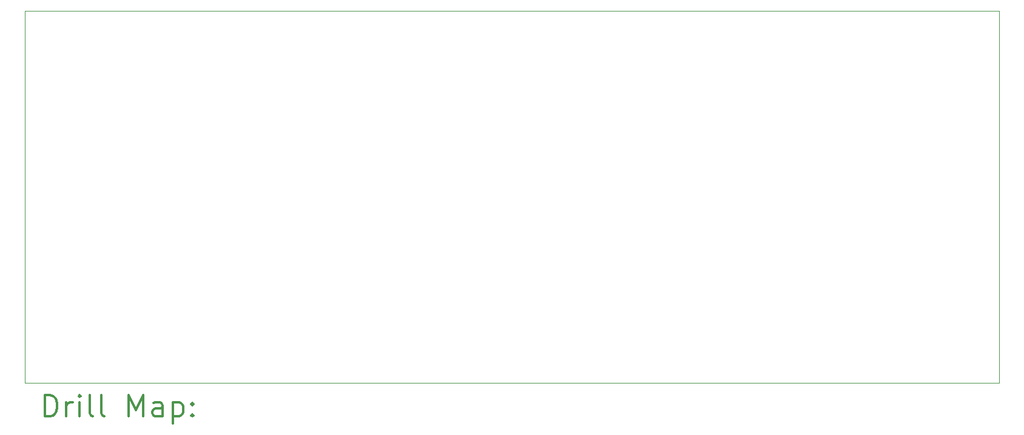
<source format=gbr>
%FSLAX45Y45*%
G04 Gerber Fmt 4.5, Leading zero omitted, Abs format (unit mm)*
G04 Created by KiCad (PCBNEW (5.1.0)-1) date 2020-03-21 02:07:08*
%MOMM*%
%LPD*%
G04 APERTURE LIST*
%ADD10C,0.100000*%
%ADD11C,0.200000*%
%ADD12C,0.300000*%
G04 APERTURE END LIST*
D10*
X8500000Y-10700000D02*
X8500000Y-5500000D01*
X22100000Y-10700000D02*
X8500000Y-10700000D01*
X22100000Y-5500000D02*
X22100000Y-10700000D01*
X8500000Y-5500000D02*
X22100000Y-5500000D01*
D11*
D12*
X8781428Y-11170714D02*
X8781428Y-10870714D01*
X8852857Y-10870714D01*
X8895714Y-10885000D01*
X8924286Y-10913572D01*
X8938571Y-10942143D01*
X8952857Y-10999286D01*
X8952857Y-11042143D01*
X8938571Y-11099286D01*
X8924286Y-11127857D01*
X8895714Y-11156429D01*
X8852857Y-11170714D01*
X8781428Y-11170714D01*
X9081428Y-11170714D02*
X9081428Y-10970714D01*
X9081428Y-11027857D02*
X9095714Y-10999286D01*
X9110000Y-10985000D01*
X9138571Y-10970714D01*
X9167143Y-10970714D01*
X9267143Y-11170714D02*
X9267143Y-10970714D01*
X9267143Y-10870714D02*
X9252857Y-10885000D01*
X9267143Y-10899286D01*
X9281428Y-10885000D01*
X9267143Y-10870714D01*
X9267143Y-10899286D01*
X9452857Y-11170714D02*
X9424286Y-11156429D01*
X9410000Y-11127857D01*
X9410000Y-10870714D01*
X9610000Y-11170714D02*
X9581428Y-11156429D01*
X9567143Y-11127857D01*
X9567143Y-10870714D01*
X9952857Y-11170714D02*
X9952857Y-10870714D01*
X10052857Y-11085000D01*
X10152857Y-10870714D01*
X10152857Y-11170714D01*
X10424286Y-11170714D02*
X10424286Y-11013572D01*
X10410000Y-10985000D01*
X10381428Y-10970714D01*
X10324286Y-10970714D01*
X10295714Y-10985000D01*
X10424286Y-11156429D02*
X10395714Y-11170714D01*
X10324286Y-11170714D01*
X10295714Y-11156429D01*
X10281428Y-11127857D01*
X10281428Y-11099286D01*
X10295714Y-11070714D01*
X10324286Y-11056429D01*
X10395714Y-11056429D01*
X10424286Y-11042143D01*
X10567143Y-10970714D02*
X10567143Y-11270714D01*
X10567143Y-10985000D02*
X10595714Y-10970714D01*
X10652857Y-10970714D01*
X10681428Y-10985000D01*
X10695714Y-10999286D01*
X10710000Y-11027857D01*
X10710000Y-11113572D01*
X10695714Y-11142143D01*
X10681428Y-11156429D01*
X10652857Y-11170714D01*
X10595714Y-11170714D01*
X10567143Y-11156429D01*
X10838571Y-11142143D02*
X10852857Y-11156429D01*
X10838571Y-11170714D01*
X10824286Y-11156429D01*
X10838571Y-11142143D01*
X10838571Y-11170714D01*
X10838571Y-10985000D02*
X10852857Y-10999286D01*
X10838571Y-11013572D01*
X10824286Y-10999286D01*
X10838571Y-10985000D01*
X10838571Y-11013572D01*
M02*

</source>
